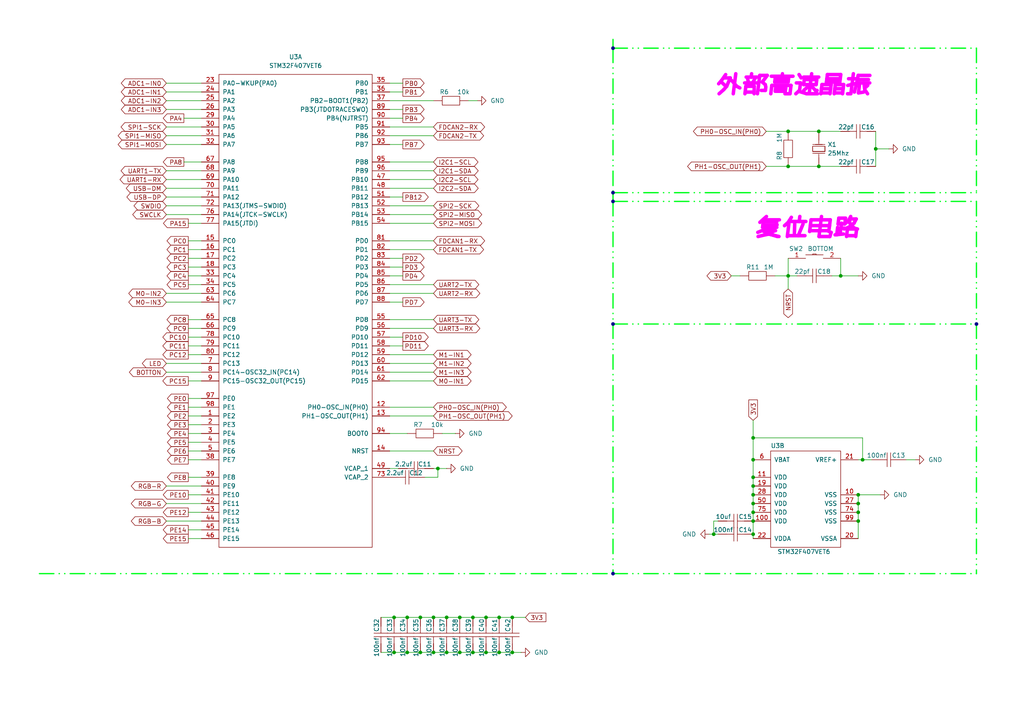
<source format=kicad_sch>
(kicad_sch (version 20231120) (generator "eeschema") (generator_version "8.0")
  (paper "A4")
  (title_block (title "STM32F407VET6") (date "2025-01-24") (rev "Dennis_Re_Yoonjiho"))
  (lib_symbols
    (symbol "Ts_Foc_Vo符号库:BOTTOM" (pin_names (offset 1.016) hide)
      (property "Reference" "SW" (at -7.112 3.048 0))
      (property "Value" "BOTTOM" (at 2.794 3.048 0))
      (symbol "BOTTOM_1_1"
        (polyline (pts (xy -2.54 1.016) (xy 2.54 1.016)) (stroke (width 0.1524)))
        (polyline (pts (xy -0.508 1.016) (xy -0.508 1.27) (xy 0.508 1.27) (xy 0.508 1.016)) (stroke (width 0.1524)))
        (pin input line (at -7.62 0 0) (length 5.08) (name "1") (number "1"))
        (pin input line (at 7.62 0 180) (length 5.08) (name "2") (number "2"))
      )
    )
    (symbol "Ts_Foc_Vo符号库:CAP" (pin_numbers hide) (pin_names (offset 1.016) hide)
      (property "Reference" "C" (at -2.286 1.524 0))
      (property "Value" "Value" (at 3.81 1.524 0))
      (symbol "CAP_1_1"
        (polyline (pts (xy -0.508 -2.032) (xy -0.508 2.032)) (stroke (width 0.1524)))
        (polyline (pts (xy -0.508 0) (xy -2.54 0)) (stroke (width 0.1524)))
        (polyline (pts (xy 0.508 2.032) (xy 0.508 -2.032)) (stroke (width 0.1524)))
        (polyline (pts (xy 2.54 0) (xy 0.508 0)) (stroke (width 0.1524)))
        (pin input line (at -5.08 0 0) (length 2.54) (name "1") (number "1"))
        (pin input line (at 5.08 0 180) (length 2.54) (name "2") (number "2"))
      )
    )
    (symbol "Ts_Foc_Vo符号库:RES" (pin_numbers hide) (pin_names (offset 1.016) hide)
      (property "Reference" "R" (at -2.286 2.032 0))
      (property "Value" "Value" (at 2.286 2.032 0))
      (symbol "RES_1_1"
        (rectangle (start -2.54 1.27) (end 2.54 -1.27) (stroke (width 0.1524)))
        (pin input line (at -5.08 0 0) (length 2.54) (name "1") (number "1"))
        (pin input line (at 5.08 0 180) (length 2.54) (name "2") (number "2"))
      )
    )
    (symbol "Ts_Foc_Vo符号库:STM32F407VET6" (pin_names (offset 1.016))
      (property "Reference" "U" (at -16.764 69.85 0))
      (property "Value" "STM32F407VET6" (at 3.556 70.104 0))
      (symbol "STM32F407VET6_1_1"
        (rectangle (start -17.78 68.58) (end 26.67 -68.58) (stroke (width 0.1524)))
        (pin bidirectional line (at -22.86 -30.48 0) (length 5.08) (name "PE2") (number "1"))
        (pin bidirectional line (at 31.75 -27.94 180) (length 5.08) (name "PH0-OSC_IN(PH0)") (number "12"))
        (pin bidirectional line (at 31.75 -30.48 180) (length 5.08) (name "PH1-OSC_OUT(PH1)") (number "13"))
        (pin bidirectional line (at 31.75 -40.64 180) (length 5.08) (name "NRST") (number "14"))
        (pin bidirectional line (at -22.86 20.32 0) (length 5.08) (name "PC0") (number "15"))
        (pin bidirectional line (at -22.86 17.78 0) (length 5.08) (name "PC1") (number "16"))
        (pin bidirectional line (at -22.86 15.24 0) (length 5.08) (name "PC2") (number "17"))
        (pin bidirectional line (at -22.86 12.7 0) (length 5.08) (name "PC3") (number "18"))
        (pin bidirectional line (at -22.86 -33.02 0) (length 5.08) (name "PE3") (number "2"))
        (pin bidirectional line (at -22.86 66.04 0) (length 5.08) (name "PA0-WKUP(PA0)") (number "23"))
        (pin bidirectional line (at -22.86 63.5 0) (length 5.08) (name "PA1") (number "24"))
        (pin bidirectional line (at -22.86 60.96 0) (length 5.08) (name "PA2") (number "25"))
        (pin bidirectional line (at -22.86 58.42 0) (length 5.08) (name "PA3") (number "26"))
        (pin bidirectional line (at -22.86 55.88 0) (length 5.08) (name "PA4") (number "29"))
        (pin bidirectional line (at -22.86 -35.56 0) (length 5.08) (name "PE4") (number "3"))
        (pin bidirectional line (at -22.86 53.34 0) (length 5.08) (name "PA5") (number "30"))
        (pin bidirectional line (at -22.86 50.8 0) (length 5.08) (name "PA6") (number "31"))
        (pin bidirectional line (at -22.86 48.26 0) (length 5.08) (name "PA7") (number "32"))
        (pin bidirectional line (at -22.86 10.16 0) (length 5.08) (name "PC4") (number "33"))
        (pin bidirectional line (at -22.86 7.62 0) (length 5.08) (name "PC5") (number "34"))
        (pin bidirectional line (at 31.75 66.04 180) (length 5.08) (name "PB0") (number "35"))
        (pin bidirectional line (at 31.75 63.5 180) (length 5.08) (name "PB1") (number "36"))
        (pin bidirectional line (at 31.75 60.96 180) (length 5.08) (name "PB2-BOOT1(PB2)") (number "37"))
        (pin bidirectional line (at -22.86 -43.18 0) (length 5.08) (name "PE7") (number "38"))
        (pin bidirectional line (at -22.86 -48.26 0) (length 5.08) (name "PE8") (number "39"))
        (pin bidirectional line (at -22.86 -38.1 0) (length 5.08) (name "PE5") (number "4"))
        (pin bidirectional line (at -22.86 -50.8 0) (length 5.08) (name "PE9") (number "40"))
        (pin bidirectional line (at -22.86 -53.34 0) (length 5.08) (name "PE10") (number "41"))
        (pin bidirectional line (at -22.86 -55.88 0) (length 5.08) (name "PE11") (number "42"))
        (pin bidirectional line (at -22.86 -58.42 0) (length 5.08) (name "PE12") (number "43"))
        (pin bidirectional line (at -22.86 -60.96 0) (length 5.08) (name "PE13") (number "44"))
        (pin bidirectional line (at -22.86 -63.5 0) (length 5.08) (name "PE14") (number "45"))
        (pin bidirectional line (at -22.86 -66.04 0) (length 5.08) (name "PE15") (number "46"))
        (pin bidirectional line (at 31.75 38.1 180) (length 5.08) (name "PB10") (number "47"))
        (pin bidirectional line (at 31.75 35.56 180) (length 5.08) (name "PB11") (number "48"))
        (pin power_in line (at 31.75 -45.72 180) (length 5.08) (name "VCAP_1") (number "49"))
        (pin bidirectional line (at -22.86 -40.64 0) (length 5.08) (name "PE6") (number "5"))
        (pin bidirectional line (at 31.75 33.02 180) (length 5.08) (name "PB12") (number "51"))
        (pin bidirectional line (at 31.75 30.48 180) (length 5.08) (name "PB13") (number "52"))
        (pin bidirectional line (at 31.75 27.94 180) (length 5.08) (name "PB14") (number "53"))
        (pin bidirectional line (at 31.75 25.4 180) (length 5.08) (name "PB15") (number "54"))
        (pin bidirectional line (at 31.75 -2.54 180) (length 5.08) (name "PD8") (number "55"))
        (pin bidirectional line (at 31.75 -5.08 180) (length 5.08) (name "PD9") (number "56"))
        (pin bidirectional line (at 31.75 -7.62 180) (length 5.08) (name "PD10") (number "57"))
        (pin bidirectional line (at 31.75 -10.16 180) (length 5.08) (name "PD11") (number "58"))
        (pin bidirectional line (at 31.75 -12.7 180) (length 5.08) (name "PD12") (number "59"))
        (pin bidirectional line (at 31.75 -15.24 180) (length 5.08) (name "PD13") (number "60"))
        (pin bidirectional line (at 31.75 -17.78 180) (length 5.08) (name "PD14") (number "61"))
        (pin bidirectional line (at 31.75 -20.32 180) (length 5.08) (name "PD15") (number "62"))
        (pin bidirectional line (at -22.86 5.08 0) (length 5.08) (name "PC6") (number "63"))
        (pin bidirectional line (at -22.86 2.54 0) (length 5.08) (name "PC7") (number "64"))
        (pin bidirectional line (at -22.86 -2.54 0) (length 5.08) (name "PC8") (number "65"))
        (pin bidirectional line (at -22.86 -5.08 0) (length 5.08) (name "PC9") (number "66"))
        (pin bidirectional line (at -22.86 43.18 0) (length 5.08) (name "PA8") (number "67"))
        (pin bidirectional line (at -22.86 40.64 0) (length 5.08) (name "PA9") (number "68"))
        (pin bidirectional line (at -22.86 38.1 0) (length 5.08) (name "PA10") (number "69"))
        (pin bidirectional line (at -22.86 -15.24 0) (length 5.08) (name "PC13") (number "7"))
        (pin bidirectional line (at -22.86 35.56 0) (length 5.08) (name "PA11") (number "70"))
        (pin bidirectional line (at -22.86 33.02 0) (length 5.08) (name "PA12") (number "71"))
        (pin bidirectional line (at -22.86 30.48 0) (length 5.08) (name "PA13(JTMS-SWDIO)") (number "72"))
        (pin power_in line (at 31.75 -48.26 180) (length 5.08) (name "VCAP_2") (number "73"))
        (pin bidirectional line (at -22.86 27.94 0) (length 5.08) (name "PA14(JTCK-SWCLK)") (number "76"))
        (pin bidirectional line (at -22.86 25.4 0) (length 5.08) (name "PA15(JTDI)") (number "77"))
        (pin bidirectional line (at -22.86 -7.62 0) (length 5.08) (name "PC10") (number "78"))
        (pin bidirectional line (at -22.86 -10.16 0) (length 5.08) (name "PC11") (number "79"))
        (pin bidirectional line (at -22.86 -17.78 0) (length 5.08) (name "PC14-OSC32_IN(PC14)") (number "8"))
        (pin bidirectional line (at -22.86 -12.7 0) (length 5.08) (name "PC12") (number "80"))
        (pin bidirectional line (at 31.75 20.32 180) (length 5.08) (name "PD0") (number "81"))
        (pin bidirectional line (at 31.75 17.78 180) (length 5.08) (name "PD1") (number "82"))
        (pin bidirectional line (at 31.75 15.24 180) (length 5.08) (name "PD2") (number "83"))
        (pin bidirectional line (at 31.75 12.7 180) (length 5.08) (name "PD3") (number "84"))
        (pin bidirectional line (at 31.75 10.16 180) (length 5.08) (name "PD4") (number "85"))
        (pin bidirectional line (at 31.75 7.62 180) (length 5.08) (name "PD5") (number "86"))
        (pin bidirectional line (at 31.75 5.08 180) (length 5.08) (name "PD6") (number "87"))
        (pin bidirectional line (at 31.75 2.54 180) (length 5.08) (name "PD7") (number "88"))
        (pin bidirectional line (at 31.75 58.42 180) (length 5.08) (name "PB3(JTDOTRACESWO)") (number "89"))
        (pin bidirectional line (at -22.86 -20.32 0) (length 5.08) (name "PC15-OSC32_OUT(PC15)") (number "9"))
        (pin bidirectional line (at 31.75 55.88 180) (length 5.08) (name "PB4(NJTRST)") (number "90"))
        (pin bidirectional line (at 31.75 53.34 180) (length 5.08) (name "PB5") (number "91"))
        (pin bidirectional line (at 31.75 50.8 180) (length 5.08) (name "PB6") (number "92"))
        (pin bidirectional line (at 31.75 48.26 180) (length 5.08) (name "PB7") (number "93"))
        (pin input line (at 31.75 -35.56 180) (length 5.08) (name "BOOT0") (number "94"))
        (pin bidirectional line (at 31.75 43.18 180) (length 5.08) (name "PB8") (number "95"))
        (pin bidirectional line (at 31.75 40.64 180) (length 5.08) (name "PB9") (number "96"))
        (pin bidirectional line (at -22.86 -25.4 0) (length 5.08) (name "PE0") (number "97"))
        (pin bidirectional line (at -22.86 -27.94 0) (length 5.08) (name "PE1") (number "98"))
      )
      (symbol "STM32F407VET6_2_1"
        (rectangle (start -10.16 13.97) (end 10.16 -13.97) (stroke (width 0.1524)))
        (pin power_in line (at 15.24 1.27 180) (length 5.08) (name "VSS") (number "10"))
        (pin power_in line (at -15.24 -6.35 0) (length 5.08) (name "VDD") (number "100"))
        (pin power_in line (at -15.24 6.35 0) (length 5.08) (name "VDD") (number "11"))
        (pin power_in line (at -15.24 3.81 0) (length 5.08) (name "VDD") (number "19"))
        (pin power_in line (at 15.24 -11.43 180) (length 5.08) (name "VSSA") (number "20"))
        (pin power_in line (at 15.24 11.43 180) (length 5.08) (name "VREF+") (number "21"))
        (pin power_in line (at -15.24 -11.43 0) (length 5.08) (name "VDDA") (number "22"))
        (pin power_in line (at 15.24 -1.27 180) (length 5.08) (name "VSS") (number "27"))
        (pin power_in line (at -15.24 1.27 0) (length 5.08) (name "VDD") (number "28"))
        (pin power_in line (at -15.24 -1.27 0) (length 5.08) (name "VDD") (number "50"))
        (pin power_in line (at -15.24 11.43 0) (length 5.08) (name "VBAT") (number "6"))
        (pin power_in line (at 15.24 -3.81 180) (length 5.08) (name "VSS") (number "74"))
        (pin power_in line (at -15.24 -3.81 0) (length 5.08) (name "VDD") (number "75"))
        (pin power_in line (at 15.24 -6.35 180) (length 5.08) (name "VSS") (number "99"))
      )
    )
    (symbol "Ts_Foc_Vo符号库:XTAL" (pin_numbers hide) (pin_names (offset 1.016) hide)
      (property "Reference" "X" (at -3.048 2.032 0))
      (property "Value" "XTAL" (at 4.318 1.778 0))
      (symbol "XTAL_1_1"
        (polyline (pts (xy -2.54 0) (xy -1.524 0)) (stroke (width 0.1524)))
        (polyline (pts (xy -1.27 -1.778) (xy -1.27 1.778)) (stroke (width 0.1524)))
        (polyline (pts (xy -1.27 -1.016) (xy -1.27 1.016)) (stroke (width 0.1524)))
        (polyline (pts (xy 0.762 -1.778) (xy -0.762 -1.778)) (stroke (width 0.1524)))
        (polyline (pts (xy 1.27 -1.778) (xy 1.27 1.778)) (stroke (width 0.1524)))
        (polyline (pts (xy 1.27 -1.016) (xy 1.27 1.016)) (stroke (width 0.1524)))
        (polyline (pts (xy 2.54 0) (xy 1.524 0)) (stroke (width 0.1524)))
        (polyline (pts (xy -0.762 -1.778) (xy -0.762 1.778) (xy 0.762 1.778) (xy 0.762 -1.778)) (stroke (width 0.1524)))
        (polyline (pts (xy 0.762 1.778) (xy 0.762 -1.778) (xy -0.762 -1.778) (xy -0.762 1.778) (xy 0.762 1.778)) (stroke (width 0.1524)))
        (pin input line (at -5.08 0 0) (length 2.54) (name "OSC1") (number "1"))
        (pin input line (at 5.08 0 180) (length 2.54) (name "OSC2") (number "2"))
      )
    )
    (symbol "power:GND" (power) (pin_numbers hide) (pin_names (offset 0) hide)
      (property "Value" "GND" (at 0 -3.81 0))
      (symbol "GND_0_1"
        (polyline (pts (xy 0 0) (xy 0 -1.27) (xy 1.27 -1.27) (xy 0 -2.54) (xy -1.27 -1.27) (xy 0 -1.27)))
      )
      (symbol "GND_1_1"
        (pin power_in line (at 0 0 270) (length 0) (name "~") (number "1"))
      )
    )
  )
  (junction (at 118.11 189.23))
  (junction (at 248.92 143.51))
  (junction (at 148.59 189.23))
  (junction (at 118.11 179.07))
  (junction (at 144.78 189.23))
  (junction (at 243.84 80.01))
  (junction (at 177.8 93.98))
  (junction (at 133.35 179.07))
  (junction (at 248.92 151.13))
  (junction (at 218.44 127))
  (junction (at 140.97 189.23))
  (junction (at 114.3 179.07))
  (junction (at 218.44 138.43))
  (junction (at 144.78 179.07))
  (junction (at 218.44 151.13))
  (junction (at 177.8 58.42))
  (junction (at 125.73 189.23))
  (junction (at 218.44 146.05))
  (junction (at 133.35 189.23))
  (junction (at 228.6 48.26))
  (junction (at 129.54 189.23))
  (junction (at 177.8 166.37))
  (junction (at 127 135.89))
  (junction (at 248.92 146.05))
  (junction (at 125.73 179.07))
  (junction (at 228.6 38.1))
  (junction (at 228.6 80.01))
  (junction (at 237.49 38.1))
  (junction (at 114.3 189.23))
  (junction (at 248.92 148.59))
  (junction (at 177.8 13.97))
  (junction (at 254 43.18))
  (junction (at 218.44 143.51))
  (junction (at 207.01 154.94))
  (junction (at 129.54 179.07))
  (junction (at 121.92 189.23))
  (junction (at 137.16 179.07))
  (junction (at 218.44 140.97))
  (junction (at 121.92 179.07))
  (junction (at 140.97 179.07))
  (junction (at 237.49 48.26))
  (junction (at 137.16 189.23))
  (junction (at 177.8 55.88))
  (junction (at 218.44 133.35))
  (junction (at 218.44 154.94))
  (junction (at 250.19 133.35))
  (junction (at 218.44 148.59))
  (junction (at 148.59 179.07))
  (junction (at 283.21 93.98))
  (wire (pts (xy 48.26 31.75) (xy 58.42 31.75)))
  (wire (pts (xy 54.61 153.67) (xy 58.42 153.67)))
  (wire (pts (xy 54.61 115.57) (xy 58.42 115.57)))
  (wire (pts (xy 218.44 121.92) (xy 218.44 127)))
  (bus (pts (xy 177.8 13.97) (xy 177.8 55.88)) (stroke (width 0.381) (type dash_dot_dot) (color 0 255 30 1)))
  (wire (pts (xy 218.44 154.94) (xy 218.44 156.21)))
  (wire (pts (xy 48.26 59.69) (xy 58.42 59.69)))
  (wire (pts (xy 212.09 80.01) (xy 214.63 80.01)))
  (wire (pts (xy 205.74 154.94) (xy 207.01 154.94)))
  (wire (pts (xy 125.73 36.83) (xy 113.03 36.83)))
  (wire (pts (xy 113.03 120.65) (xy 125.73 120.65)))
  (wire (pts (xy 237.49 48.26) (xy 243.84 48.26)))
  (wire (pts (xy 54.61 143.51) (xy 58.42 143.51)))
  (wire (pts (xy 250.19 127) (xy 218.44 127)))
  (wire (pts (xy 116.84 31.75) (xy 113.03 31.75)))
  (wire (pts (xy 54.61 156.21) (xy 58.42 156.21)))
  (wire (pts (xy 53.34 34.29) (xy 58.42 34.29)))
  (wire (pts (xy 113.03 59.69) (xy 125.73 59.69)))
  (wire (pts (xy 54.61 125.73) (xy 58.42 125.73)))
  (wire (pts (xy 113.03 29.21) (xy 125.73 29.21)))
  (wire (pts (xy 110.49 189.23) (xy 114.3 189.23)))
  (wire (pts (xy 121.92 189.23) (xy 125.73 189.23)))
  (wire (pts (xy 125.73 39.37) (xy 113.03 39.37)))
  (wire (pts (xy 54.61 82.55) (xy 58.42 82.55)))
  (wire (pts (xy 54.61 77.47) (xy 58.42 77.47)))
  (wire (pts (xy 228.6 83.82) (xy 228.6 80.01)))
  (wire (pts (xy 113.03 102.87) (xy 125.73 102.87)))
  (wire (pts (xy 127 135.89) (xy 125.73 135.89)))
  (bus (pts (xy 177.8 58.42) (xy 177.8 93.98)) (stroke (width 0.381) (type dash_dot_dot) (color 0 255 30 1)))
  (bus (pts (xy 177.8 55.88) (xy 177.8 58.42)) (stroke (width 0.381) (type dash_dot_dot) (color 0 255 30 1)))
  (wire (pts (xy 48.26 54.61) (xy 58.42 54.61)))
  (wire (pts (xy 113.03 72.39) (xy 125.73 72.39)))
  (wire (pts (xy 113.03 107.95) (xy 125.73 107.95)))
  (wire (pts (xy 129.54 189.23) (xy 133.35 189.23)))
  (wire (pts (xy 237.49 38.1) (xy 243.84 38.1)))
  (wire (pts (xy 116.84 87.63) (xy 113.03 87.63)))
  (wire (pts (xy 113.03 105.41) (xy 125.73 105.41)))
  (wire (pts (xy 48.26 87.63) (xy 58.42 87.63)))
  (wire (pts (xy 115.57 135.89) (xy 113.03 135.89)))
  (wire (pts (xy 113.03 62.23) (xy 125.73 62.23)))
  (wire (pts (xy 121.92 179.07) (xy 125.73 179.07)))
  (wire (pts (xy 48.26 49.53) (xy 58.42 49.53)))
  (wire (pts (xy 54.61 72.39) (xy 58.42 72.39)))
  (wire (pts (xy 54.61 120.65) (xy 58.42 120.65)))
  (wire (pts (xy 228.6 38.1) (xy 237.49 38.1)))
  (bus (pts (xy 283.21 93.98) (xy 283.21 166.37)) (stroke (width 0.381) (type dash_dot_dot) (color 0 255 30 1)))
  (wire (pts (xy 222.25 38.1) (xy 228.6 38.1)))
  (wire (pts (xy 218.44 143.51) (xy 218.44 146.05)))
  (wire (pts (xy 113.03 69.85) (xy 125.73 69.85)))
  (wire (pts (xy 116.84 24.13) (xy 113.03 24.13)))
  (wire (pts (xy 125.73 46.99) (xy 113.03 46.99)))
  (bus (pts (xy 177.8 166.37) (xy 283.21 166.37)) (stroke (width 0.381) (type dash_dot_dot) (color 0 255 30 1)))
  (wire (pts (xy 129.54 135.89) (xy 127 135.89)))
  (wire (pts (xy 48.26 146.05) (xy 58.42 146.05)))
  (wire (pts (xy 116.84 77.47) (xy 113.03 77.47)))
  (wire (pts (xy 207.01 151.13) (xy 207.01 154.94)))
  (wire (pts (xy 48.26 105.41) (xy 58.42 105.41)))
  (wire (pts (xy 54.61 74.93) (xy 58.42 74.93)))
  (wire (pts (xy 224.79 80.01) (xy 228.6 80.01)))
  (wire (pts (xy 54.61 95.25) (xy 58.42 95.25)))
  (wire (pts (xy 129.54 179.07) (xy 133.35 179.07)))
  (wire (pts (xy 54.61 80.01) (xy 58.42 80.01)))
  (wire (pts (xy 207.01 154.94) (xy 208.28 154.94)))
  (wire (pts (xy 54.61 102.87) (xy 58.42 102.87)))
  (wire (pts (xy 254 43.18) (xy 254 48.26)))
  (wire (pts (xy 228.6 74.93) (xy 228.6 80.01)))
  (wire (pts (xy 152.4 179.07) (xy 148.59 179.07)))
  (wire (pts (xy 48.26 140.97) (xy 58.42 140.97)))
  (wire (pts (xy 133.35 189.23) (xy 137.16 189.23)))
  (wire (pts (xy 218.44 148.59) (xy 218.44 151.13)))
  (wire (pts (xy 248.92 146.05) (xy 248.92 148.59)))
  (wire (pts (xy 218.44 140.97) (xy 218.44 143.51)))
  (wire (pts (xy 248.92 148.59) (xy 248.92 151.13)))
  (wire (pts (xy 113.03 92.71) (xy 125.73 92.71)))
  (wire (pts (xy 114.3 189.23) (xy 118.11 189.23)))
  (wire (pts (xy 113.03 118.11) (xy 125.73 118.11)))
  (wire (pts (xy 144.78 179.07) (xy 148.59 179.07)))
  (wire (pts (xy 54.61 100.33) (xy 58.42 100.33)))
  (wire (pts (xy 113.03 85.09) (xy 125.73 85.09)))
  (wire (pts (xy 54.61 64.77) (xy 58.42 64.77)))
  (wire (pts (xy 257.81 43.18) (xy 254 43.18)))
  (wire (pts (xy 48.26 85.09) (xy 58.42 85.09)))
  (wire (pts (xy 48.26 41.91) (xy 58.42 41.91)))
  (wire (pts (xy 218.44 146.05) (xy 218.44 148.59)))
  (wire (pts (xy 48.26 39.37) (xy 58.42 39.37)))
  (wire (pts (xy 48.26 151.13) (xy 58.42 151.13)))
  (wire (pts (xy 125.73 179.07) (xy 129.54 179.07)))
  (wire (pts (xy 127 138.43) (xy 127 135.89)))
  (wire (pts (xy 208.28 151.13) (xy 207.01 151.13)))
  (bus (pts (xy 177.8 93.98) (xy 283.21 93.98)) (stroke (width 0.381) (type dash_dot_dot) (color 0 255 30 1)))
  (wire (pts (xy 218.44 151.13) (xy 218.44 154.94)))
  (wire (pts (xy 113.03 130.81) (xy 125.73 130.81)))
  (wire (pts (xy 218.44 127) (xy 218.44 133.35)))
  (wire (pts (xy 54.61 97.79) (xy 58.42 97.79)))
  (wire (pts (xy 113.03 95.25) (xy 125.73 95.25)))
  (wire (pts (xy 116.84 74.93) (xy 113.03 74.93)))
  (wire (pts (xy 116.84 100.33) (xy 113.03 100.33)))
  (wire (pts (xy 123.19 138.43) (xy 127 138.43)))
  (wire (pts (xy 116.84 26.67) (xy 113.03 26.67)))
  (wire (pts (xy 54.61 133.35) (xy 58.42 133.35)))
  (wire (pts (xy 48.26 107.95) (xy 58.42 107.95)))
  (wire (pts (xy 54.61 148.59) (xy 58.42 148.59)))
  (wire (pts (xy 222.25 48.26) (xy 228.6 48.26)))
  (wire (pts (xy 241.3 80.01) (xy 243.84 80.01)))
  (wire (pts (xy 54.61 130.81) (xy 58.42 130.81)))
  (wire (pts (xy 116.84 57.15) (xy 113.03 57.15)))
  (wire (pts (xy 116.84 34.29) (xy 113.03 34.29)))
  (bus (pts (xy 283.21 58.42) (xy 283.21 93.98)) (stroke (width 0.381) (type dash_dot_dot) (color 0 255 30 1)))
  (wire (pts (xy 140.97 189.23) (xy 144.78 189.23)))
  (wire (pts (xy 113.03 54.61) (xy 125.73 54.61)))
  (wire (pts (xy 54.61 110.49) (xy 58.42 110.49)))
  (wire (pts (xy 113.03 49.53) (xy 125.73 49.53)))
  (wire (pts (xy 118.11 189.23) (xy 121.92 189.23)))
  (wire (pts (xy 54.61 118.11) (xy 58.42 118.11)))
  (wire (pts (xy 243.84 80.01) (xy 248.92 80.01)))
  (wire (pts (xy 248.92 143.51) (xy 248.92 146.05)))
  (wire (pts (xy 250.19 133.35) (xy 248.92 133.35)))
  (wire (pts (xy 228.6 80.01) (xy 231.14 80.01)))
  (wire (pts (xy 48.26 57.15) (xy 58.42 57.15)))
  (wire (pts (xy 118.11 125.73) (xy 113.03 125.73)))
  (wire (pts (xy 254 38.1) (xy 254 43.18)))
  (wire (pts (xy 54.61 92.71) (xy 58.42 92.71)))
  (wire (pts (xy 138.43 29.21) (xy 135.89 29.21)))
  (wire (pts (xy 243.84 74.93) (xy 243.84 80.01)))
  (wire (pts (xy 248.92 151.13) (xy 248.92 156.21)))
  (bus (pts (xy 177.8 93.98) (xy 177.8 166.37)) (stroke (width 0.381) (type dash_dot_dot) (color 0 255 30 1)))
  (wire (pts (xy 48.26 26.67) (xy 58.42 26.67)))
  (wire (pts (xy 116.84 41.91) (xy 113.03 41.91)))
  (wire (pts (xy 48.26 52.07) (xy 58.42 52.07)))
  (wire (pts (xy 133.35 179.07) (xy 137.16 179.07)))
  (wire (pts (xy 54.61 128.27) (xy 58.42 128.27)))
  (wire (pts (xy 113.03 64.77) (xy 125.73 64.77)))
  (bus (pts (xy 177.8 58.42) (xy 283.21 58.42)) (stroke (width 0.381) (type dash_dot_dot) (color 0 255 30 1)))
  (wire (pts (xy 125.73 189.23) (xy 129.54 189.23)))
  (wire (pts (xy 137.16 189.23) (xy 140.97 189.23)))
  (wire (pts (xy 54.61 123.19) (xy 58.42 123.19)))
  (bus (pts (xy 177.8 55.88) (xy 283.21 55.88)) (stroke (width 0.381) (type dash_dot_dot) (color 0 255 30 1)))
  (wire (pts (xy 137.16 179.07) (xy 140.97 179.07)))
  (wire (pts (xy 113.03 52.07) (xy 125.73 52.07)))
  (wire (pts (xy 132.08 125.73) (xy 128.27 125.73)))
  (wire (pts (xy 255.27 143.51) (xy 248.92 143.51)))
  (wire (pts (xy 113.03 110.49) (xy 125.73 110.49)))
  (wire (pts (xy 116.84 97.79) (xy 113.03 97.79)))
  (wire (pts (xy 48.26 29.21) (xy 58.42 29.21)))
  (wire (pts (xy 53.34 46.99) (xy 58.42 46.99)))
  (wire (pts (xy 48.26 24.13) (xy 58.42 24.13)))
  (wire (pts (xy 48.26 62.23) (xy 58.42 62.23)))
  (wire (pts (xy 114.3 179.07) (xy 118.11 179.07)))
  (wire (pts (xy 218.44 133.35) (xy 218.44 138.43)))
  (wire (pts (xy 110.49 179.07) (xy 114.3 179.07)))
  (bus (pts (xy 283.21 13.97) (xy 283.21 55.88)) (stroke (width 0.381) (type dash_dot_dot) (color 0 255 30 1)))
  (wire (pts (xy 265.43 133.35) (xy 262.89 133.35)))
  (bus (pts (xy 177.8 13.97) (xy 283.21 13.97)) (stroke (width 0.381) (type dash_dot_dot) (color 0 255 30 1)))
  (wire (pts (xy 144.78 189.23) (xy 148.59 189.23)))
  (wire (pts (xy 118.11 179.07) (xy 121.92 179.07)))
  (wire (pts (xy 252.73 133.35) (xy 250.19 133.35)))
  (wire (pts (xy 250.19 133.35) (xy 250.19 127)))
  (bus (pts (xy 11.43 166.37) (xy 177.8 166.37)) (stroke (width 0.381) (type dash_dot_dot) (color 0 255 30 1)))
  (bus (pts (xy 177.8 11.43) (xy 177.8 13.97)) (stroke (width 0.381) (type dash_dot_dot) (color 0 255 30 1)))
  (wire (pts (xy 116.84 80.01) (xy 113.03 80.01)))
  (wire (pts (xy 228.6 48.26) (xy 237.49 48.26)))
  (wire (pts (xy 48.26 36.83) (xy 58.42 36.83)))
  (wire (pts (xy 54.61 69.85) (xy 58.42 69.85)))
  (wire (pts (xy 54.61 138.43) (xy 58.42 138.43)))
  (wire (pts (xy 140.97 179.07) (xy 144.78 179.07)))
  (wire (pts (xy 113.03 82.55) (xy 125.73 82.55)))
  (wire (pts (xy 218.44 138.43) (xy 218.44 140.97)))
  (wire (pts (xy 151.13 189.23) (xy 148.59 189.23)))
  (text "外部高速晶振\n" (exclude_from_sim yes) (at 230.124 25.146 0) (effects (font (size 5.08 5.08) (thickness 1.016) (bold yes) (italic yes))))
  (text "复位电路\n" (exclude_from_sim yes) (at 234.188 66.548 0) (effects (font (size 5.08 5.08) (thickness 1.016) (bold yes) (italic yes))))
  (global_label "PC3" (shape output) (at 54.61 77.47 180) (property "Intersheetrefs" "${INTERSHEET_REFS}" (effects (hide yes))))
  (global_label "FDCAN1-RX" (shape bidirectional) (at 125.73 69.85 0) (property "Intersheetrefs" "${INTERSHEET_REFS}" (effects (hide yes))))
  (global_label "PA8" (shape output) (at 53.34 46.99 180) (property "Intersheetrefs" "${INTERSHEET_REFS}" (effects (hide yes))))
  (global_label "PC10" (shape output) (at 54.61 97.79 180) (property "Intersheetrefs" "${INTERSHEET_REFS}" (effects (hide yes))))
  (global_label "FDCAN2-TX" (shape bidirectional) (at 125.73 39.37 0) (property "Intersheetrefs" "${INTERSHEET_REFS}" (effects (hide yes))))
  (global_label "M0-IN2" (shape bidirectional) (at 48.26 85.09 180) (property "Intersheetrefs" "${INTERSHEET_REFS}" (effects (hide yes))))
  (global_label "M1-IN2" (shape bidirectional) (at 125.73 105.41 0) (property "Intersheetrefs" "${INTERSHEET_REFS}" (effects (hide yes))))
  (global_label "ADC1-IN0" (shape bidirectional) (at 48.26 24.13 180) (property "Intersheetrefs" "${INTERSHEET_REFS}" (effects (hide yes))))
  (global_label "PH1-OSC_OUT(PH1)" (shape bidirectional) (at 222.25 48.26 180) (property "Intersheetrefs" "${INTERSHEET_REFS}" (effects (hide yes))))
  (global_label "UART1-RX" (shape bidirectional) (at 48.26 52.07 180) (property "Intersheetrefs" "${INTERSHEET_REFS}" (effects (hide yes))))
  (global_label "SPI1-MISO" (shape bidirectional) (at 48.26 39.37 180) (property "Intersheetrefs" "${INTERSHEET_REFS}" (effects (hide yes))))
  (global_label "I2C2-SCL" (shape bidirectional) (at 125.73 52.07 0) (property "Intersheetrefs" "${INTERSHEET_REFS}" (effects (hide yes))))
  (global_label "I2C1-SCL" (shape bidirectional) (at 125.73 46.99 0) (property "Intersheetrefs" "${INTERSHEET_REFS}" (effects (hide yes))))
  (global_label "SPI1-MOSI" (shape bidirectional) (at 48.26 41.91 180) (property "Intersheetrefs" "${INTERSHEET_REFS}" (effects (hide yes))))
  (global_label "PB3" (shape output) (at 116.84 31.75 0) (property "Intersheetrefs" "${INTERSHEET_REFS}" (effects (hide yes))))
  (global_label "SPI2-MOSI" (shape bidirectional) (at 125.73 64.77 0) (property "Intersheetrefs" "${INTERSHEET_REFS}" (effects (hide yes))))
  (global_label "M1-IN3" (shape bidirectional) (at 125.73 107.95 0) (property "Intersheetrefs" "${INTERSHEET_REFS}" (effects (hide yes))))
  (global_label "PC8" (shape output) (at 54.61 92.71 180) (property "Intersheetrefs" "${INTERSHEET_REFS}" (effects (hide yes))))
  (global_label "PC12" (shape output) (at 54.61 102.87 180) (property "Intersheetrefs" "${INTERSHEET_REFS}" (effects (hide yes))))
  (global_label "PH0-OSC_IN(PH0)" (shape bidirectional) (at 222.25 38.1 180) (property "Intersheetrefs" "${INTERSHEET_REFS}" (effects (hide yes))))
  (global_label "M1-IN1" (shape bidirectional) (at 125.73 102.87 0) (property "Intersheetrefs" "${INTERSHEET_REFS}" (effects (hide yes))))
  (global_label "PD11" (shape output) (at 116.84 100.33 0) (property "Intersheetrefs" "${INTERSHEET_REFS}" (effects (hide yes))))
  (global_label "PB1" (shape output) (at 116.84 26.67 0) (property "Intersheetrefs" "${INTERSHEET_REFS}" (effects (hide yes))))
  (global_label "PC11" (shape output) (at 54.61 100.33 180) (property "Intersheetrefs" "${INTERSHEET_REFS}" (effects (hide yes))))
  (global_label "I2C1-SDA" (shape bidirectional) (at 125.73 49.53 0) (property "Intersheetrefs" "${INTERSHEET_REFS}" (effects (hide yes))))
  (global_label "I2C2-SDA" (shape bidirectional) (at 125.73 54.61 0) (property "Intersheetrefs" "${INTERSHEET_REFS}" (effects (hide yes))))
  (global_label "PB12" (shape output) (at 116.84 57.15 0) (property "Intersheetrefs" "${INTERSHEET_REFS}" (effects (hide yes))))
  (global_label "PE15" (shape output) (at 54.61 156.21 180) (property "Intersheetrefs" "${INTERSHEET_REFS}" (effects (hide yes))))
  (global_label "SPI1-SCK" (shape bidirectional) (at 48.26 36.83 180) (property "Intersheetrefs" "${INTERSHEET_REFS}" (effects (hide yes))))
  (global_label "PE3" (shape output) (at 54.61 123.19 180) (property "Intersheetrefs" "${INTERSHEET_REFS}" (effects (hide yes))))
  (global_label "USB-DP" (shape bidirectional) (at 48.26 57.15 180) (property "Intersheetrefs" "${INTERSHEET_REFS}" (effects (hide yes))))
  (global_label "PE5" (shape output) (at 54.61 128.27 180) (property "Intersheetrefs" "${INTERSHEET_REFS}" (effects (hide yes))))
  (global_label "PC2" (shape output) (at 54.61 74.93 180) (property "Intersheetrefs" "${INTERSHEET_REFS}" (effects (hide yes))))
  (global_label "PB4" (shape output) (at 116.84 34.29 0) (property "Intersheetrefs" "${INTERSHEET_REFS}" (effects (hide yes))))
  (global_label "PE6" (shape output) (at 54.61 130.81 180) (property "Intersheetrefs" "${INTERSHEET_REFS}" (effects (hide yes))))
  (global_label "SWCLK" (shape bidirectional) (at 48.26 62.23 180) (property "Intersheetrefs" "${INTERSHEET_REFS}" (effects (hide yes))))
  (global_label "UART2-RX" (shape bidirectional) (at 125.73 85.09 0) (property "Intersheetrefs" "${INTERSHEET_REFS}" (effects (hide yes))))
  (global_label "PD3" (shape output) (at 116.84 77.47 0) (property "Intersheetrefs" "${INTERSHEET_REFS}" (effects (hide yes))))
  (global_label "PE8" (shape output) (at 54.61 138.43 180) (property "Intersheetrefs" "${INTERSHEET_REFS}" (effects (hide yes))))
  (global_label "M0-IN3" (shape bidirectional) (at 48.26 87.63 180) (property "Intersheetrefs" "${INTERSHEET_REFS}" (effects (hide yes))))
  (global_label "PA15" (shape output) (at 54.61 64.77 180) (property "Intersheetrefs" "${INTERSHEET_REFS}" (effects (hide yes))))
  (global_label "UART1-TX" (shape bidirectional) (at 48.26 49.53 180) (property "Intersheetrefs" "${INTERSHEET_REFS}" (effects (hide yes))))
  (global_label "ADC1-IN2" (shape bidirectional) (at 48.26 29.21 180) (property "Intersheetrefs" "${INTERSHEET_REFS}" (effects (hide yes))))
  (global_label "PC15" (shape output) (at 54.61 110.49 180) (property "Intersheetrefs" "${INTERSHEET_REFS}" (effects (hide yes))))
  (global_label "PD7" (shape output) (at 116.84 87.63 0) (property "Intersheetrefs" "${INTERSHEET_REFS}" (effects (hide yes))))
  (global_label "FDCAN2-RX" (shape bidirectional) (at 125.73 36.83 0) (property "Intersheetrefs" "${INTERSHEET_REFS}" (effects (hide yes))))
  (global_label "M0-IN1" (shape bidirectional) (at 125.73 110.49 0) (property "Intersheetrefs" "${INTERSHEET_REFS}" (effects (hide yes))))
  (global_label "PA4" (shape output) (at 53.34 34.29 180) (property "Intersheetrefs" "${INTERSHEET_REFS}" (effects (hide yes))))
  (global_label "PC5" (shape output) (at 54.61 82.55 180) (property "Intersheetrefs" "${INTERSHEET_REFS}" (effects (hide yes))))
  (global_label "3V3" (shape input) (at 218.44 121.92 90) (property "Intersheetrefs" "${INTERSHEET_REFS}" (effects (hide yes))))
  (global_label "USB-DM" (shape bidirectional) (at 48.26 54.61 180) (property "Intersheetrefs" "${INTERSHEET_REFS}" (effects (hide yes))))
  (global_label "UART3-RX" (shape bidirectional) (at 125.73 95.25 0) (property "Intersheetrefs" "${INTERSHEET_REFS}" (effects (hide yes))))
  (global_label "PH0-OSC_IN(PH0)" (shape bidirectional) (at 125.73 118.11 0) (property "Intersheetrefs" "${INTERSHEET_REFS}" (effects (hide yes))))
  (global_label "FDCAN1-TX" (shape bidirectional) (at 125.73 72.39 0) (property "Intersheetrefs" "${INTERSHEET_REFS}" (effects (hide yes))))
  (global_label "3V3" (shape bidirectional) (at 212.09 80.01 180) (property "Intersheetrefs" "${INTERSHEET_REFS}" (effects (hide yes))))
  (global_label "RGB-B" (shape bidirectional) (at 48.26 151.13 180) (property "Intersheetrefs" "${INTERSHEET_REFS}" (effects (hide yes))))
  (global_label "PE4" (shape output) (at 54.61 125.73 180) (property "Intersheetrefs" "${INTERSHEET_REFS}" (effects (hide yes))))
  (global_label "PE10" (shape output) (at 54.61 143.51 180) (property "Intersheetrefs" "${INTERSHEET_REFS}" (effects (hide yes))))
  (global_label "PE1" (shape output) (at 54.61 118.11 180) (property "Intersheetrefs" "${INTERSHEET_REFS}" (effects (hide yes))))
  (global_label "3V3" (shape input) (at 152.4 179.07 0) (property "Intersheetrefs" "${INTERSHEET_REFS}" (effects (hide yes))))
  (global_label "PC0" (shape output) (at 54.61 69.85 180) (property "Intersheetrefs" "${INTERSHEET_REFS}" (effects (hide yes))))
  (global_label "ADC1-IN3" (shape bidirectional) (at 48.26 31.75 180) (property "Intersheetrefs" "${INTERSHEET_REFS}" (effects (hide yes))))
  (global_label "PB7" (shape output) (at 116.84 41.91 0) (property "Intersheetrefs" "${INTERSHEET_REFS}" (effects (hide yes))))
  (global_label "LED" (shape bidirectional) (at 48.26 105.41 180) (property "Intersheetrefs" "${INTERSHEET_REFS}" (effects (hide yes))))
  (global_label "PD4" (shape output) (at 116.84 80.01 0) (property "Intersheetrefs" "${INTERSHEET_REFS}" (effects (hide yes))))
  (global_label "ADC1-IN1" (shape bidirectional) (at 48.26 26.67 180) (property "Intersheetrefs" "${INTERSHEET_REFS}" (effects (hide yes))))
  (global_label "PH1-OSC_OUT(PH1)" (shape bidirectional) (at 125.73 120.65 0) (property "Intersheetrefs" "${INTERSHEET_REFS}" (effects (hide yes))))
  (global_label "PD2" (shape output) (at 116.84 74.93 0) (property "Intersheetrefs" "${INTERSHEET_REFS}" (effects (hide yes))))
  (global_label "UART3-TX" (shape bidirectional) (at 125.73 92.71 0) (property "Intersheetrefs" "${INTERSHEET_REFS}" (effects (hide yes))))
  (global_label "RGB-R" (shape bidirectional) (at 48.26 140.97 180) (property "Intersheetrefs" "${INTERSHEET_REFS}" (effects (hide yes))))
  (global_label "NRST" (shape bidirectional) (at 125.73 130.81 0) (property "Intersheetrefs" "${INTERSHEET_REFS}" (effects (hide yes))))
  (global_label "PD10" (shape output) (at 116.84 97.79 0) (property "Intersheetrefs" "${INTERSHEET_REFS}" (effects (hide yes))))
  (global_label "PC9" (shape output) (at 54.61 95.25 180) (property "Intersheetrefs" "${INTERSHEET_REFS}" (effects (hide yes))))
  (global_label "PE12" (shape output) (at 54.61 148.59 180) (property "Intersheetrefs" "${INTERSHEET_REFS}" (effects (hide yes))))
  (global_label "PC1" (shape output) (at 54.61 72.39 180) (property "Intersheetrefs" "${INTERSHEET_REFS}" (effects (hide yes))))
  (global_label "PE7" (shape output) (at 54.61 133.35 180) (property "Intersheetrefs" "${INTERSHEET_REFS}" (effects (hide yes))))
  (global_label "UART2-TX" (shape bidirectional) (at 125.73 82.55 0) (property "Intersheetrefs" "${INTERSHEET_REFS}" (effects (hide yes))))
  (global_label "NRST" (shape bidirectional) (at 228.6 83.82 270) (property "Intersheetrefs" "${INTERSHEET_REFS}" (effects (hide yes))))
  (global_label "SPI2-MISO" (shape bidirectional) (at 125.73 62.23 0) (property "Intersheetrefs" "${INTERSHEET_REFS}" (effects (hide yes))))
  (global_label "RGB-G" (shape bidirectional) (at 48.26 146.05 180) (property "Intersheetrefs" "${INTERSHEET_REFS}" (effects (hide yes))))
  (global_label "SPI2-SCK" (shape bidirectional) (at 125.73 59.69 0) (property "Intersheetrefs" "${INTERSHEET_REFS}" (effects (hide yes))))
  (global_label "PC4" (shape output) (at 54.61 80.01 180) (property "Intersheetrefs" "${INTERSHEET_REFS}" (effects (hide yes))))
  (global_label "SWDIO" (shape bidirectional) (at 48.26 59.69 180) (property "Intersheetrefs" "${INTERSHEET_REFS}" (effects (hide yes))))
  (global_label "PE0" (shape output) (at 54.61 115.57 180) (property "Intersheetrefs" "${INTERSHEET_REFS}" (effects (hide yes))))
  (global_label "BOTTON" (shape bidirectional) (at 48.26 107.95 180) (property "Intersheetrefs" "${INTERSHEET_REFS}" (effects (hide yes))))
  (global_label "PB0" (shape output) (at 116.84 24.13 0) (property "Intersheetrefs" "${INTERSHEET_REFS}" (effects (hide yes))))
  (global_label "PE2" (shape output) (at 54.61 120.65 180) (property "Intersheetrefs" "${INTERSHEET_REFS}" (effects (hide yes))))
  (global_label "PE14" (shape output) (at 54.61 153.67 180) (property "Intersheetrefs" "${INTERSHEET_REFS}" (effects (hide yes))))
  (symbol (lib_id "Ts_Foc_Vo符号库:CAP") (at 118.11 138.43 180) (unit 1)
    (property "Reference" "C12" (at 120.65 137.16 0))
    (property "Value" "2.2uf" (at 114.554 137.16 0))
    (property "Footprint" "Ts_Foc_Vo封装库:CAP_0402" (effects (hide yes)))
    (property "Datasheet" "http://www.szlcsc.com/product/details_602003.html" (effects (hide yes)))
    (property "SuppliersPartNumber" "C575438" (effects (hide yes)))
    (property "uuid" "std:0b682b3549a44c2f91624e74dc370f45" (effects (hide yes)))
  )
  (symbol (lib_id "power:GND") (at 129.54 135.89 90) (unit 1)
    (property "Reference" "#PWR011" (effects (hide yes)))
    (property "Value" "GND" (at 133.35 135.8899 90) (effects (justify right)))
    (property "Description" "Power symbol creates a global label with name \"GND\" , ground" (effects (hide yes)))
  )
  (symbol (lib_id "power:GND") (at 132.08 125.73 90) (unit 1)
    (property "Reference" "#PWR010" (effects (hide yes)))
    (property "Value" "GND" (at 135.89 125.7299 90) (effects (justify right)))
    (property "Description" "Power symbol creates a global label with name \"GND\" , ground" (effects (hide yes)))
  )
  (symbol (lib_id "Ts_Foc_Vo符号库:CAP") (at 114.3 184.15 270) (unit 1)
    (property "Reference" "C33" (at 113.03 181.356 0))
    (property "Value" "100nf" (at 113.03 187.706 0))
    (property "Footprint" "Ts_Foc_Vo封装库:CAP_0402" (effects (hide yes)))
    (property "Datasheet" "http://www.szlcsc.com/product/details_602003.html" (effects (hide yes)))
    (property "SuppliersPartNumber" "C575438" (effects (hide yes)))
    (property "uuid" "std:0b682b3549a44c2f91624e74dc370f45" (effects (hide yes)))
  )
  (symbol (lib_id "Ts_Foc_Vo符号库:CAP") (at 213.36 151.13 180) (unit 1)
    (property "Reference" "C15" (at 216.154 149.86 0))
    (property "Value" "10uf" (at 209.804 149.86 0))
    (property "Footprint" "Ts_Foc_Vo封装库:CAP_0402" (effects (hide yes)))
    (property "Datasheet" "http://www.szlcsc.com/product/details_602003.html" (effects (hide yes)))
    (property "SuppliersPartNumber" "C575438" (effects (hide yes)))
    (property "uuid" "std:0b682b3549a44c2f91624e74dc370f45" (effects (hide yes)))
  )
  (symbol (lib_id "Ts_Foc_Vo符号库:CAP") (at 248.92 48.26 180) (unit 1)
    (property "Reference" "C17" (at 251.714 46.99 0))
    (property "Value" "22pf" (at 245.364 46.99 0))
    (property "Footprint" "Ts_Foc_Vo封装库:CAP_0402" (effects (hide yes)))
    (property "Datasheet" "http://www.szlcsc.com/product/details_602003.html" (effects (hide yes)))
    (property "SuppliersPartNumber" "C575438" (effects (hide yes)))
    (property "uuid" "std:0b682b3549a44c2f91624e74dc370f45" (effects (hide yes)))
  )
  (symbol (lib_id "Ts_Foc_Vo符号库:RES") (at 219.71 80.01 180) (unit 1)
    (property "Reference" "R11" (at 216.408 77.47 0) (effects (justify right)))
    (property "Value" "1M" (at 221.488 77.47 0) (effects (justify right)))
    (property "Footprint" "Ts_Foc_Vo封装库:Res_0402" (effects (hide yes)))
    (property "SuppliersPartNumber" "C5200633" (effects (hide yes)))
    (property "uuid" "std:0c78b8f437b74d4badbc2695159e48f2" (effects (hide yes)))
  )
  (symbol (lib_id "Ts_Foc_Vo符号库:RES") (at 123.19 125.73 180) (unit 1)
    (property "Reference" "R7" (at 119.888 123.19 0) (effects (justify right)))
    (property "Value" "10k" (at 124.968 123.19 0) (effects (justify right)))
    (property "Footprint" "Ts_Foc_Vo封装库:Res_0402" (effects (hide yes)))
    (property "SuppliersPartNumber" "C5200633" (effects (hide yes)))
    (property "uuid" "std:0c78b8f437b74d4badbc2695159e48f2" (effects (hide yes)))
  )
  (symbol (lib_id "Ts_Foc_Vo符号库:CAP") (at 118.11 184.15 270) (unit 1)
    (property "Reference" "C34" (at 116.84 181.356 0))
    (property "Value" "100nf" (at 116.84 187.706 0))
    (property "Footprint" "Ts_Foc_Vo封装库:CAP_0402" (effects (hide yes)))
    (property "Datasheet" "http://www.szlcsc.com/product/details_602003.html" (effects (hide yes)))
    (property "SuppliersPartNumber" "C575438" (effects (hide yes)))
    (property "uuid" "std:0b682b3549a44c2f91624e74dc370f45" (effects (hide yes)))
  )
  (symbol (lib_id "power:GND") (at 138.43 29.21 90) (unit 1)
    (property "Reference" "#PWR09" (effects (hide yes)))
    (property "Value" "GND" (at 142.24 29.2099 90) (effects (justify right)))
    (property "Description" "Power symbol creates a global label with name \"GND\" , ground" (effects (hide yes)))
  )
  (symbol (lib_id "Ts_Foc_Vo符号库:BOTTOM") (at 236.22 74.93 0) (unit 1)
    (property "Reference" "SW2" (at 230.886 72.136 0))
    (property "Value" "BOTTOM" (at 237.998 72.136 0))
    (property "Footprint" "Ts_Foc_Vo封装库:BOTTOM" (effects (hide yes)))
    (property "SuppliersPartNumber" "C318938" (effects (hide yes)))
    (property "uuid" "std:8710e6eb28c44416b37b2e373d35a96d" (effects (hide yes)))
  )
  (symbol (lib_id "Ts_Foc_Vo符号库:XTAL") (at 237.49 43.18 90) (unit 1)
    (property "Reference" "X1" (at 240.03 41.9099 90) (effects (justify right)))
    (property "Value" "25Mhz" (at 240.03 44.4499 90) (effects (justify right)))
    (property "Footprint" "Ts_Foc_Vo封装库:XTAL-SMD" (effects (hide yes)))
    (property "Datasheet" "http://www.szlcsc.com/product/details_113802.html" (effects (hide yes)))
    (property "SuppliersPartNumber" "C112569" (effects (hide yes)))
    (property "uuid" "std:e233a153029d49408d43a57d37bf4e66" (effects (hide yes)))
  )
  (symbol (lib_id "Ts_Foc_Vo符号库:CAP") (at 137.16 184.15 270) (unit 1)
    (property "Reference" "C39" (at 135.89 181.356 0))
    (property "Value" "100nf" (at 135.89 187.706 0))
    (property "Footprint" "Ts_Foc_Vo封装库:CAP_0402" (effects (hide yes)))
    (property "Datasheet" "http://www.szlcsc.com/product/details_602003.html" (effects (hide yes)))
    (property "SuppliersPartNumber" "C575438" (effects (hide yes)))
    (property "uuid" "std:0b682b3549a44c2f91624e74dc370f45" (effects (hide yes)))
  )
  (symbol (lib_id "Ts_Foc_Vo符号库:CAP") (at 213.36 154.94 180) (unit 1)
    (property "Reference" "C14" (at 216.154 153.67 0))
    (property "Value" "100nf" (at 209.804 153.67 0))
    (property "Footprint" "Ts_Foc_Vo封装库:CAP_0402" (effects (hide yes)))
    (property "Datasheet" "http://www.szlcsc.com/product/details_602003.html" (effects (hide yes)))
    (property "SuppliersPartNumber" "C575438" (effects (hide yes)))
    (property "uuid" "std:0b682b3549a44c2f91624e74dc370f45" (effects (hide yes)))
  )
  (symbol (lib_id "Ts_Foc_Vo符号库:STM32F407VET6") (at 81.28 90.17 0) (unit 1)
    (property "Reference" "U3" (at 85.725 16.51 0))
    (property "Value" "STM32F407VET6" (at 85.725 19.05 0))
    (property "Footprint" "Ts_Foc_Vo封装库:STM32_F407_VET6_LQFP-100" (effects (hide yes)))
    (property "Datasheet" "http://www.szlcsc.com/product/details_29482.html" (effects (hide yes)))
    (property "SuppliersPartNumber" "C28730" (effects (hide yes)))
    (property "uuid" "std:c57599171b39e7b6cadb721e4e815f9a" (effects (hide yes)))
  )
  (symbol (lib_id "Ts_Foc_Vo符号库:CAP") (at 236.22 80.01 180) (unit 1)
    (property "Reference" "C18" (at 239.014 78.74 0))
    (property "Value" "22pf" (at 232.664 78.74 0))
    (property "Footprint" "Ts_Foc_Vo封装库:CAP_0402" (effects (hide yes)))
    (property "Datasheet" "http://www.szlcsc.com/product/details_602003.html" (effects (hide yes)))
    (property "SuppliersPartNumber" "C575438" (effects (hide yes)))
    (property "uuid" "std:0b682b3549a44c2f91624e74dc370f45" (effects (hide yes)))
  )
  (symbol (lib_id "Ts_Foc_Vo符号库:CAP") (at 129.54 184.15 270) (unit 1)
    (property "Reference" "C37" (at 128.27 181.356 0))
    (property "Value" "100nf" (at 128.27 187.706 0))
    (property "Footprint" "Ts_Foc_Vo封装库:CAP_0402" (effects (hide yes)))
    (property "Datasheet" "http://www.szlcsc.com/product/details_602003.html" (effects (hide yes)))
    (property "SuppliersPartNumber" "C575438" (effects (hide yes)))
    (property "uuid" "std:0b682b3549a44c2f91624e74dc370f45" (effects (hide yes)))
  )
  (symbol (lib_id "power:GND") (at 255.27 143.51 90) (unit 1)
    (property "Reference" "#PWR013" (effects (hide yes)))
    (property "Value" "GND" (at 259.08 143.5099 90) (effects (justify right)))
    (property "Description" "Power symbol creates a global label with name \"GND\" , ground" (effects (hide yes)))
  )
  (symbol (lib_id "power:GND") (at 265.43 133.35 90) (unit 1)
    (property "Reference" "#PWR012" (effects (hide yes)))
    (property "Value" "GND" (at 269.24 133.3499 90) (effects (justify right)))
    (property "Description" "Power symbol creates a global label with name \"GND\" , ground" (effects (hide yes)))
  )
  (symbol (lib_id "Ts_Foc_Vo符号库:STM32F407VET6") (at 233.68 144.78 0) (unit 2)
    (property "Reference" "U3" (at 225.552 129.286 0))
    (property "Value" "STM32F407VET6" (at 233.172 160.02 0))
    (property "Footprint" "Ts_Foc_Vo封装库:STM32_F407_VET6_LQFP-100" (effects (hide yes)))
    (property "Datasheet" "http://www.szlcsc.com/product/details_29482.html" (effects (hide yes)))
    (property "SuppliersPartNumber" "C28730" (effects (hide yes)))
    (property "uuid" "std:c57599171b39e7b6cadb721e4e815f9a" (effects (hide yes)))
  )
  (symbol (lib_id "Ts_Foc_Vo符号库:CAP") (at 125.73 184.15 270) (unit 1)
    (property "Reference" "C36" (at 124.46 181.356 0))
    (property "Value" "100nf" (at 124.46 187.706 0))
    (property "Footprint" "Ts_Foc_Vo封装库:CAP_0402" (effects (hide yes)))
    (property "Datasheet" "http://www.szlcsc.com/product/details_602003.html" (effects (hide yes)))
    (property "SuppliersPartNumber" "C575438" (effects (hide yes)))
    (property "uuid" "std:0b682b3549a44c2f91624e74dc370f45" (effects (hide yes)))
  )
  (symbol (lib_id "Ts_Foc_Vo符号库:RES") (at 130.81 29.21 180) (unit 1)
    (property "Reference" "R6" (at 127.508 26.67 0) (effects (justify right)))
    (property "Value" "10k" (at 132.588 26.67 0) (effects (justify right)))
    (property "Footprint" "Ts_Foc_Vo封装库:Res_0402" (effects (hide yes)))
    (property "SuppliersPartNumber" "C5200633" (effects (hide yes)))
    (property "uuid" "std:0c78b8f437b74d4badbc2695159e48f2" (effects (hide yes)))
  )
  (symbol (lib_id "Ts_Foc_Vo符号库:CAP") (at 133.35 184.15 270) (unit 1)
    (property "Reference" "C38" (at 132.08 181.356 0))
    (property "Value" "100nf" (at 132.08 187.706 0))
    (property "Footprint" "Ts_Foc_Vo封装库:CAP_0402" (effects (hide yes)))
    (property "Datasheet" "http://www.szlcsc.com/product/details_602003.html" (effects (hide yes)))
    (property "SuppliersPartNumber" "C575438" (effects (hide yes)))
    (property "uuid" "std:0b682b3549a44c2f91624e74dc370f45" (effects (hide yes)))
  )
  (symbol (lib_id "power:GND") (at 151.13 189.23 90) (unit 1)
    (property "Reference" "#PWR082" (effects (hide yes)))
    (property "Value" "GND" (at 154.94 189.2299 90) (effects (justify right)))
    (property "Description" "Power symbol creates a global label with name \"GND\" , ground" (effects (hide yes)))
  )
  (symbol (lib_id "Ts_Foc_Vo符号库:CAP") (at 120.65 135.89 180) (unit 1)
    (property "Reference" "C11" (at 123.19 134.62 0))
    (property "Value" "2.2uf" (at 117.094 134.62 0))
    (property "Footprint" "Ts_Foc_Vo封装库:CAP_0402" (effects (hide yes)))
    (property "Datasheet" "http://www.szlcsc.com/product/details_602003.html" (effects (hide yes)))
    (property "SuppliersPartNumber" "C575438" (effects (hide yes)))
    (property "uuid" "std:0b682b3549a44c2f91624e74dc370f45" (effects (hide yes)))
  )
  (symbol (lib_id "Ts_Foc_Vo符号库:CAP") (at 248.92 38.1 180) (unit 1)
    (property "Reference" "C16" (at 251.714 36.83 0))
    (property "Value" "22pf" (at 245.364 36.83 0))
    (property "Footprint" "Ts_Foc_Vo封装库:CAP_0402" (effects (hide yes)))
    (property "Datasheet" "http://www.szlcsc.com/product/details_602003.html" (effects (hide yes)))
    (property "SuppliersPartNumber" "C575438" (effects (hide yes)))
    (property "uuid" "std:0b682b3549a44c2f91624e74dc370f45" (effects (hide yes)))
  )
  (symbol (lib_id "Ts_Foc_Vo符号库:CAP") (at 148.59 184.15 270) (unit 1)
    (property "Reference" "C42" (at 147.32 181.356 0))
    (property "Value" "100nf" (at 147.32 187.706 0))
    (property "Footprint" "Ts_Foc_Vo封装库:CAP_0402" (effects (hide yes)))
    (property "Datasheet" "http://www.szlcsc.com/product/details_602003.html" (effects (hide yes)))
    (property "SuppliersPartNumber" "C575438" (effects (hide yes)))
    (property "uuid" "std:0b682b3549a44c2f91624e74dc370f45" (effects (hide yes)))
  )
  (symbol (lib_id "power:GND") (at 205.74 154.94 270) (unit 1)
    (property "Reference" "#PWR014" (effects (hide yes)))
    (property "Value" "GND" (at 201.93 154.9399 90) (effects (justify right)))
    (property "Description" "Power symbol creates a global label with name \"GND\" , ground" (effects (hide yes)))
  )
  (symbol (lib_id "Ts_Foc_Vo符号库:CAP") (at 144.78 184.15 270) (unit 1)
    (property "Reference" "C41" (at 143.51 181.356 0))
    (property "Value" "100nf" (at 143.51 187.706 0))
    (property "Footprint" "Ts_Foc_Vo封装库:CAP_0402" (effects (hide yes)))
    (property "Datasheet" "http://www.szlcsc.com/product/details_602003.html" (effects (hide yes)))
    (property "SuppliersPartNumber" "C575438" (effects (hide yes)))
    (property "uuid" "std:0b682b3549a44c2f91624e74dc370f45" (effects (hide yes)))
  )
  (symbol (lib_id "power:GND") (at 248.92 80.01 90) (unit 1)
    (property "Reference" "#PWR016" (effects (hide yes)))
    (property "Value" "GND" (at 252.73 80.0099 90) (effects (justify right)))
    (property "Description" "Power symbol creates a global label with name \"GND\" , ground" (effects (hide yes)))
  )
  (symbol (lib_id "Ts_Foc_Vo符号库:RES") (at 228.6 43.18 270) (unit 1)
    (property "Reference" "R8" (at 226.06 46.482 0) (effects (justify right)))
    (property "Value" "1M" (at 226.06 41.402 0) (effects (justify right)))
    (property "Footprint" "Ts_Foc_Vo封装库:Res_0402" (effects (hide yes)))
    (property "SuppliersPartNumber" "C5200633" (effects (hide yes)))
    (property "uuid" "std:0c78b8f437b74d4badbc2695159e48f2" (effects (hide yes)))
  )
  (symbol (lib_id "Ts_Foc_Vo符号库:CAP") (at 257.81 133.35 180) (unit 1)
    (property "Reference" "C13" (at 260.604 132.08 0))
    (property "Value" "100nf" (at 254.254 132.08 0))
    (property "Footprint" "Ts_Foc_Vo封装库:CAP_0402" (effects (hide yes)))
    (property "Datasheet" "http://www.szlcsc.com/product/details_602003.html" (effects (hide yes)))
    (property "SuppliersPartNumber" "C575438" (effects (hide yes)))
    (property "uuid" "std:0b682b3549a44c2f91624e74dc370f45" (effects (hide yes)))
  )
  (symbol (lib_id "Ts_Foc_Vo符号库:CAP") (at 110.49 184.15 270) (unit 1)
    (property "Reference" "C32" (at 109.22 181.356 0))
    (property "Value" "100nf" (at 109.22 187.706 0))
    (property "Footprint" "Ts_Foc_Vo封装库:CAP_0402" (effects (hide yes)))
    (property "Datasheet" "http://www.szlcsc.com/product/details_602003.html" (effects (hide yes)))
    (property "SuppliersPartNumber" "C575438" (effects (hide yes)))
    (property "uuid" "std:0b682b3549a44c2f91624e74dc370f45" (effects (hide yes)))
  )
  (symbol (lib_id "power:GND") (at 257.81 43.18 90) (unit 1)
    (property "Reference" "#PWR015" (effects (hide yes)))
    (property "Value" "GND" (at 261.62 43.1799 90) (effects (justify right)))
    (property "Description" "Power symbol creates a global label with name \"GND\" , ground" (effects (hide yes)))
  )
  (symbol (lib_id "Ts_Foc_Vo符号库:CAP") (at 121.92 184.15 270) (unit 1)
    (property "Reference" "C35" (at 120.65 181.356 0))
    (property "Value" "100nf" (at 120.65 187.706 0))
    (property "Footprint" "Ts_Foc_Vo封装库:CAP_0402" (effects (hide yes)))
    (property "Datasheet" "http://www.szlcsc.com/product/details_602003.html" (effects (hide yes)))
    (property "SuppliersPartNumber" "C575438" (effects (hide yes)))
    (property "uuid" "std:0b682b3549a44c2f91624e74dc370f45" (effects (hide yes)))
  )
  (symbol (lib_id "Ts_Foc_Vo符号库:CAP") (at 140.97 184.15 270) (unit 1)
    (property "Reference" "C40" (at 139.7 181.356 0))
    (property "Value" "100nf" (at 139.7 187.706 0))
    (property "Footprint" "Ts_Foc_Vo封装库:CAP_0402" (effects (hide yes)))
    (property "Datasheet" "http://www.szlcsc.com/product/details_602003.html" (effects (hide yes)))
    (property "SuppliersPartNumber" "C575438" (effects (hide yes)))
    (property "uuid" "std:0b682b3549a44c2f91624e74dc370f45" (effects (hide yes)))
  )
)
</source>
